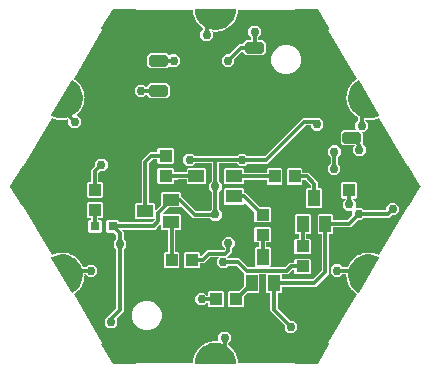
<source format=gbr>
G04 EAGLE Gerber RS-274X export*
G75*
%MOMM*%
%FSLAX34Y34*%
%LPD*%
%INTop Copper*%
%IPPOS*%
%AMOC8*
5,1,8,0,0,1.08239X$1,22.5*%
G01*
%ADD10R,0.800000X0.800000*%
%ADD11R,1.000000X1.100000*%
%ADD12R,1.100000X1.000000*%
%ADD13C,0.499997*%
%ADD14C,1.000000*%
%ADD15R,1.378000X1.080000*%
%ADD16R,1.000000X1.400000*%
%ADD17R,1.400000X1.000000*%
%ADD18C,0.304800*%
%ADD19C,0.756400*%

G36*
X278630Y195708D02*
X278630Y195708D01*
X278658Y195706D01*
X278726Y195728D01*
X278797Y195742D01*
X278820Y195758D01*
X278847Y195767D01*
X278902Y195814D01*
X278961Y195855D01*
X278976Y195879D01*
X278998Y195897D01*
X279029Y195962D01*
X279068Y196022D01*
X279073Y196050D01*
X279085Y196076D01*
X279094Y196177D01*
X279101Y196219D01*
X279099Y196229D01*
X279100Y196242D01*
X279043Y196957D01*
X327165Y196957D01*
X327177Y196967D01*
X327176Y196968D01*
X327177Y196969D01*
X327177Y197041D01*
X327242Y197106D01*
X327243Y197110D01*
X327243Y197111D01*
X327246Y197113D01*
X327362Y198517D01*
X327359Y198521D01*
X327361Y198524D01*
X327265Y198684D01*
X327430Y199334D01*
X327429Y199335D01*
X327430Y199336D01*
X327485Y200003D01*
X327627Y200123D01*
X327628Y200128D01*
X327631Y200130D01*
X328000Y201586D01*
X328000Y201587D01*
X328000Y201588D01*
X327998Y201591D01*
X328000Y201594D01*
X327932Y201767D01*
X328201Y202381D01*
X328201Y202382D01*
X328202Y202383D01*
X328366Y203032D01*
X328526Y203127D01*
X328528Y203132D01*
X328531Y203133D01*
X329135Y204509D01*
X329134Y204511D01*
X329135Y204512D01*
X329134Y204514D01*
X329135Y204516D01*
X329097Y204698D01*
X329464Y205259D01*
X329463Y205261D01*
X329465Y205261D01*
X329734Y205874D01*
X329907Y205942D01*
X329909Y205946D01*
X329913Y205947D01*
X330735Y207205D01*
X330734Y207208D01*
X330736Y207210D01*
X330735Y207211D01*
X330737Y207212D01*
X330729Y207398D01*
X331183Y207891D01*
X331183Y207892D01*
X331184Y207892D01*
X331550Y208453D01*
X331733Y208491D01*
X331735Y208495D01*
X331739Y208495D01*
X332757Y209601D01*
X332757Y209605D01*
X332760Y209607D01*
X332783Y209792D01*
X333311Y210203D01*
X333312Y210205D01*
X333313Y210205D01*
X333767Y210698D01*
X333953Y210705D01*
X333956Y210708D01*
X333959Y210708D01*
X335145Y211631D01*
X335146Y211635D01*
X335150Y211637D01*
X335203Y211815D01*
X335792Y212134D01*
X335792Y212136D01*
X335793Y212135D01*
X336322Y212547D01*
X336507Y212524D01*
X336511Y212526D01*
X336514Y212525D01*
X337836Y213240D01*
X337837Y213245D01*
X337841Y213246D01*
X337923Y213413D01*
X338556Y213630D01*
X338557Y213632D01*
X338558Y213631D01*
X339147Y213950D01*
X339326Y213897D01*
X339330Y213899D01*
X339333Y213897D01*
X340754Y214385D01*
X340757Y214389D01*
X340760Y214389D01*
X340868Y214541D01*
X341529Y214651D01*
X341530Y214652D01*
X341531Y214652D01*
X342165Y214869D01*
X342332Y214787D01*
X342336Y214789D01*
X342339Y214786D01*
X343821Y215034D01*
X343824Y215037D01*
X343828Y215037D01*
X343959Y215169D01*
X344629Y215169D01*
X344630Y215170D01*
X344631Y215169D01*
X345292Y215279D01*
X345444Y215171D01*
X345448Y215171D01*
X345451Y215169D01*
X346953Y215169D01*
X346957Y215172D01*
X346960Y215171D01*
X347112Y215279D01*
X347773Y215169D01*
X347774Y215170D01*
X347775Y215169D01*
X348445Y215169D01*
X348576Y215037D01*
X348581Y215037D01*
X348583Y215034D01*
X349454Y214888D01*
X349458Y214891D01*
X349463Y214891D01*
X349463Y214894D01*
X349467Y214897D01*
X349464Y214902D01*
X349464Y214908D01*
X348759Y215614D01*
X348759Y220010D01*
X351868Y223119D01*
X356264Y223119D01*
X359372Y220010D01*
X359372Y215614D01*
X357118Y213359D01*
X357118Y213354D01*
X357114Y213351D01*
X357114Y211870D01*
X357120Y211864D01*
X357121Y211859D01*
X357201Y211815D01*
X357254Y211637D01*
X357258Y211634D01*
X357259Y211631D01*
X358445Y210708D01*
X358449Y210708D01*
X358451Y210705D01*
X358637Y210698D01*
X359091Y210205D01*
X359093Y210205D01*
X359093Y210203D01*
X359621Y209792D01*
X359644Y209607D01*
X359648Y209604D01*
X359647Y209601D01*
X360665Y208495D01*
X360670Y208494D01*
X360671Y208491D01*
X360854Y208453D01*
X361220Y207892D01*
X361221Y207892D01*
X361221Y207891D01*
X361675Y207398D01*
X361667Y207212D01*
X361670Y207208D01*
X361669Y207205D01*
X362491Y205947D01*
X362496Y205946D01*
X362497Y205942D01*
X362670Y205874D01*
X362939Y205261D01*
X362941Y205260D01*
X362940Y205259D01*
X363307Y204698D01*
X363269Y204516D01*
X363269Y204515D01*
X363271Y204512D01*
X363269Y204509D01*
X363873Y203133D01*
X363877Y203131D01*
X363878Y203127D01*
X364038Y203032D01*
X364202Y202383D01*
X364203Y202382D01*
X364203Y202381D01*
X364472Y201767D01*
X364404Y201594D01*
X364405Y201591D01*
X364404Y201590D01*
X364405Y201588D01*
X364404Y201586D01*
X364773Y200130D01*
X364777Y200127D01*
X364777Y200123D01*
X364919Y200003D01*
X364974Y199336D01*
X364975Y199335D01*
X364974Y199334D01*
X365139Y198684D01*
X365043Y198524D01*
X365044Y198522D01*
X365043Y198522D01*
X365044Y198521D01*
X365044Y198520D01*
X365042Y198517D01*
X365158Y197113D01*
X365162Y197110D01*
X365162Y197106D01*
X365227Y197041D01*
X365227Y196969D01*
X365237Y196957D01*
X365238Y196958D01*
X365239Y196957D01*
X413361Y196957D01*
X413304Y196242D01*
X413308Y196213D01*
X413303Y196185D01*
X413320Y196116D01*
X413328Y196044D01*
X413343Y196020D01*
X413349Y195992D01*
X413392Y195934D01*
X413428Y195872D01*
X413450Y195855D01*
X413467Y195832D01*
X413529Y195795D01*
X413586Y195752D01*
X413614Y195745D01*
X413638Y195730D01*
X413738Y195714D01*
X413779Y195703D01*
X413789Y195705D01*
X413802Y195703D01*
X432802Y195703D01*
X432878Y195718D01*
X432956Y195727D01*
X432975Y195738D01*
X432997Y195742D01*
X433061Y195786D01*
X433129Y195825D01*
X433145Y195844D01*
X433161Y195855D01*
X433185Y195893D01*
X433235Y195953D01*
X442735Y212453D01*
X442744Y212480D01*
X442760Y212504D01*
X442775Y212574D01*
X442798Y212642D01*
X442795Y212670D01*
X442801Y212698D01*
X442788Y212769D01*
X442782Y212840D01*
X442769Y212865D01*
X442763Y212893D01*
X442723Y212953D01*
X442690Y213016D01*
X442668Y213034D01*
X442652Y213058D01*
X442569Y213116D01*
X442537Y213143D01*
X442526Y213146D01*
X442516Y213153D01*
X441888Y213450D01*
X465940Y255110D01*
X465940Y255113D01*
X465942Y255115D01*
X465939Y255118D01*
X465937Y255126D01*
X465936Y255126D01*
X465936Y255127D01*
X465862Y255169D01*
X465839Y255258D01*
X465834Y255261D01*
X465834Y255265D01*
X464679Y256066D01*
X464675Y256066D01*
X464673Y256068D01*
X464486Y256066D01*
X464007Y256533D01*
X464005Y256533D01*
X464005Y256535D01*
X463455Y256917D01*
X463422Y257100D01*
X463418Y257103D01*
X463418Y257106D01*
X462344Y258153D01*
X462339Y258153D01*
X462338Y258156D01*
X462153Y258184D01*
X461757Y258724D01*
X461756Y258725D01*
X461756Y258726D01*
X461276Y259193D01*
X461273Y259379D01*
X461270Y259383D01*
X461271Y259386D01*
X460384Y260595D01*
X460379Y260596D01*
X460378Y260600D01*
X460201Y260658D01*
X459899Y261256D01*
X459898Y261256D01*
X459898Y261257D01*
X459502Y261797D01*
X459530Y261981D01*
X459527Y261985D01*
X459529Y261989D01*
X458852Y263327D01*
X458848Y263329D01*
X458847Y263332D01*
X458682Y263419D01*
X458483Y264058D01*
X458482Y264059D01*
X458482Y264060D01*
X458180Y264658D01*
X458238Y264835D01*
X458236Y264839D01*
X458238Y264842D01*
X457792Y266274D01*
X457788Y266276D01*
X457787Y266280D01*
X457639Y266392D01*
X457547Y267056D01*
X457546Y267057D01*
X457547Y267058D01*
X457347Y267697D01*
X457434Y267862D01*
X457433Y267863D01*
X457434Y267864D01*
X457433Y267865D01*
X457433Y267866D01*
X457435Y267869D01*
X457230Y269355D01*
X457227Y269358D01*
X457227Y269361D01*
X457099Y269497D01*
X457118Y270166D01*
X457117Y270167D01*
X457118Y270168D01*
X457026Y270832D01*
X457139Y270980D01*
X457138Y270985D01*
X457141Y270987D01*
X457161Y271683D01*
X457151Y271695D01*
X457150Y271695D01*
X457149Y271695D01*
X453675Y271695D01*
X453671Y271692D01*
X453667Y271692D01*
X451412Y269437D01*
X447016Y269437D01*
X443908Y272546D01*
X443908Y276942D01*
X447016Y280051D01*
X451412Y280051D01*
X453667Y277796D01*
X453673Y277796D01*
X453675Y277793D01*
X458330Y277793D01*
X458337Y277799D01*
X458341Y277801D01*
X458625Y278559D01*
X458625Y278560D01*
X458624Y278564D01*
X458626Y278567D01*
X458578Y278747D01*
X458913Y279326D01*
X458913Y279328D01*
X458914Y279328D01*
X459149Y279956D01*
X459319Y280033D01*
X459321Y280037D01*
X459324Y280037D01*
X460075Y281336D01*
X460074Y281340D01*
X460076Y281341D01*
X460076Y281342D01*
X460076Y281343D01*
X460058Y281528D01*
X460485Y282045D01*
X460485Y282046D01*
X460486Y282046D01*
X460821Y282626D01*
X461001Y282674D01*
X461004Y282678D01*
X461007Y282678D01*
X461961Y283835D01*
X461961Y283840D01*
X461964Y283842D01*
X461977Y284028D01*
X462482Y284467D01*
X462483Y284469D01*
X462484Y284469D01*
X462910Y284986D01*
X463095Y285004D01*
X463098Y285007D01*
X463102Y285006D01*
X464234Y285991D01*
X464234Y285995D01*
X464237Y285997D01*
X464281Y286178D01*
X464852Y286528D01*
X464852Y286530D01*
X464853Y286529D01*
X465359Y286969D01*
X465544Y286956D01*
X465548Y286959D01*
X465551Y286958D01*
X466830Y287742D01*
X466831Y287747D01*
X466834Y287748D01*
X466907Y287919D01*
X467528Y288171D01*
X467528Y288172D01*
X467530Y288172D01*
X468100Y288522D01*
X468281Y288479D01*
X468285Y288481D01*
X468289Y288480D01*
X469678Y289043D01*
X469680Y289047D01*
X469684Y289048D01*
X469784Y289205D01*
X470438Y289351D01*
X470438Y289352D01*
X470439Y289351D01*
X471060Y289603D01*
X471232Y289531D01*
X471236Y289532D01*
X471239Y289530D01*
X472703Y289857D01*
X472705Y289861D01*
X472709Y289861D01*
X472833Y289999D01*
X473502Y290036D01*
X473503Y290037D01*
X473504Y290036D01*
X474158Y290182D01*
X474315Y290082D01*
X474319Y290083D01*
X474320Y290081D01*
X474321Y290081D01*
X474322Y290080D01*
X475819Y290162D01*
X475822Y290165D01*
X475823Y290165D01*
X475826Y290165D01*
X475972Y290281D01*
X476637Y290207D01*
X476638Y290208D01*
X476639Y290207D01*
X477308Y290243D01*
X477447Y290119D01*
X477452Y290119D01*
X477454Y290116D01*
X478944Y289950D01*
X478948Y289953D01*
X478951Y289951D01*
X479114Y290042D01*
X479758Y289859D01*
X479760Y289860D01*
X479760Y289859D01*
X480426Y289785D01*
X480542Y289639D01*
X480547Y289639D01*
X480548Y289635D01*
X481991Y289226D01*
X481995Y289228D01*
X481998Y289227D01*
X482174Y289289D01*
X482779Y289003D01*
X482781Y289004D01*
X482781Y289002D01*
X483426Y288820D01*
X483516Y288657D01*
X483521Y288656D01*
X483522Y288652D01*
X484792Y288052D01*
X484794Y288052D01*
X484795Y288052D01*
X484799Y288052D01*
X484801Y288051D01*
X484890Y288075D01*
X484941Y288045D01*
X484956Y288048D01*
X484956Y288049D01*
X484957Y288049D01*
X509010Y329711D01*
X509618Y329291D01*
X509645Y329280D01*
X509667Y329261D01*
X509736Y329241D01*
X509801Y329213D01*
X509830Y329213D01*
X509858Y329205D01*
X509929Y329213D01*
X510000Y329213D01*
X510027Y329224D01*
X510056Y329227D01*
X510118Y329262D01*
X510183Y329290D01*
X510204Y329310D01*
X510229Y329325D01*
X510292Y329402D01*
X510322Y329432D01*
X510326Y329442D01*
X510335Y329453D01*
X519835Y345953D01*
X519845Y345985D01*
X519854Y345998D01*
X519858Y346022D01*
X519859Y346026D01*
X519890Y346096D01*
X519890Y346120D01*
X519898Y346142D01*
X519892Y346218D01*
X519893Y346295D01*
X519883Y346319D01*
X519882Y346340D01*
X519861Y346379D01*
X519835Y346451D01*
X510335Y362951D01*
X510316Y362973D01*
X510303Y362999D01*
X510250Y363047D01*
X510203Y363100D01*
X510177Y363113D01*
X510156Y363132D01*
X510088Y363155D01*
X510024Y363186D01*
X509995Y363188D01*
X509968Y363197D01*
X509896Y363192D01*
X509825Y363195D01*
X509798Y363185D01*
X509769Y363183D01*
X509679Y363141D01*
X509639Y363126D01*
X509631Y363119D01*
X509618Y363113D01*
X509010Y362693D01*
X484957Y404355D01*
X484949Y404357D01*
X484948Y404359D01*
X484945Y404359D01*
X484942Y404360D01*
X484942Y404359D01*
X484941Y404359D01*
X484890Y404329D01*
X484801Y404353D01*
X484796Y404351D01*
X484792Y404352D01*
X483522Y403752D01*
X483520Y403748D01*
X483516Y403747D01*
X483426Y403584D01*
X482781Y403402D01*
X482780Y403400D01*
X482779Y403401D01*
X482174Y403115D01*
X481998Y403177D01*
X481997Y403177D01*
X481992Y403177D01*
X481991Y403178D01*
X480548Y402769D01*
X480546Y402765D01*
X480542Y402765D01*
X480426Y402619D01*
X479760Y402545D01*
X479760Y402544D01*
X479759Y402544D01*
X479758Y402545D01*
X479114Y402362D01*
X478951Y402453D01*
X478947Y402452D01*
X478944Y402454D01*
X477454Y402288D01*
X477451Y402285D01*
X477447Y402285D01*
X477308Y402161D01*
X476639Y402197D01*
X476638Y402196D01*
X476637Y402197D01*
X475972Y402123D01*
X475826Y402239D01*
X475822Y402239D01*
X475819Y402242D01*
X474322Y402324D01*
X474318Y402321D01*
X474315Y402322D01*
X474158Y402222D01*
X473504Y402368D01*
X473503Y402367D01*
X473502Y402368D01*
X473172Y402386D01*
X473160Y402376D01*
X473161Y402375D01*
X473160Y402374D01*
X473160Y402117D01*
X473163Y402113D01*
X473163Y402109D01*
X475418Y399854D01*
X475418Y395458D01*
X472309Y392349D01*
X470493Y392349D01*
X470490Y392347D01*
X470486Y392347D01*
X470486Y392343D01*
X470481Y392339D01*
X470485Y392335D01*
X470485Y392329D01*
X471297Y391517D01*
X471297Y383183D01*
X470782Y382668D01*
X470781Y382653D01*
X470782Y382652D01*
X470782Y382651D01*
X471067Y382367D01*
X471067Y381529D01*
X471070Y381525D01*
X471070Y381521D01*
X473325Y379266D01*
X473325Y374870D01*
X470216Y371761D01*
X465820Y371761D01*
X462711Y374870D01*
X462711Y379266D01*
X464119Y380674D01*
X464120Y380690D01*
X464119Y380690D01*
X464119Y380691D01*
X463989Y380822D01*
X463983Y380822D01*
X463980Y380825D01*
X454605Y380825D01*
X452247Y383183D01*
X452247Y391517D01*
X454605Y393875D01*
X466358Y393875D01*
X466362Y393877D01*
X466366Y393877D01*
X466366Y393881D01*
X466370Y393885D01*
X466367Y393889D01*
X466367Y393895D01*
X464804Y395458D01*
X464804Y399854D01*
X467059Y402109D01*
X467059Y402112D01*
X467060Y402113D01*
X467059Y402114D01*
X467062Y402117D01*
X467062Y404414D01*
X467056Y404420D01*
X467055Y404425D01*
X466907Y404485D01*
X466834Y404656D01*
X466830Y404658D01*
X466829Y404662D01*
X465551Y405446D01*
X465547Y405445D01*
X465544Y405448D01*
X465359Y405435D01*
X464853Y405875D01*
X464852Y405875D01*
X464852Y405876D01*
X464281Y406226D01*
X464237Y406407D01*
X464234Y406410D01*
X464233Y406413D01*
X463102Y407398D01*
X463097Y407398D01*
X463095Y407400D01*
X462910Y407418D01*
X462484Y407935D01*
X462482Y407935D01*
X462482Y407937D01*
X461977Y408376D01*
X461964Y408562D01*
X461961Y408565D01*
X461961Y408569D01*
X461007Y409726D01*
X461003Y409726D01*
X461001Y409730D01*
X460821Y409778D01*
X460486Y410358D01*
X460484Y410358D01*
X460485Y410359D01*
X460058Y410876D01*
X460076Y411061D01*
X460074Y411065D01*
X460075Y411068D01*
X459324Y412367D01*
X459320Y412368D01*
X459319Y412371D01*
X459149Y412448D01*
X458914Y413076D01*
X458913Y413076D01*
X458913Y413078D01*
X458578Y413657D01*
X458626Y413837D01*
X458624Y413841D01*
X458625Y413845D01*
X458099Y415249D01*
X458095Y415251D01*
X458094Y415254D01*
X457940Y415358D01*
X457811Y416016D01*
X457810Y416017D01*
X457810Y416018D01*
X457575Y416645D01*
X457652Y416814D01*
X457651Y416819D01*
X457652Y416820D01*
X457652Y416821D01*
X457653Y416822D01*
X457364Y418293D01*
X457361Y418296D01*
X457361Y418299D01*
X457225Y418427D01*
X457207Y419097D01*
X457206Y419098D01*
X457206Y419099D01*
X457077Y419756D01*
X457181Y419911D01*
X457181Y419915D01*
X457183Y419918D01*
X457141Y421417D01*
X457138Y421420D01*
X457139Y421424D01*
X457026Y421572D01*
X457118Y422236D01*
X457117Y422237D01*
X457118Y422238D01*
X457099Y422907D01*
X457227Y423043D01*
X457227Y423047D01*
X457230Y423049D01*
X457435Y424535D01*
X457433Y424539D01*
X457434Y424542D01*
X457347Y424707D01*
X457547Y425346D01*
X457546Y425348D01*
X457547Y425348D01*
X457639Y426012D01*
X457787Y426124D01*
X457788Y426129D01*
X457792Y426130D01*
X458238Y427562D01*
X458238Y427563D01*
X458239Y427564D01*
X458236Y427566D01*
X458238Y427569D01*
X458180Y427746D01*
X458482Y428344D01*
X458482Y428345D01*
X458483Y428346D01*
X458682Y428985D01*
X458847Y429072D01*
X458849Y429076D01*
X458852Y429077D01*
X459529Y430415D01*
X459528Y430417D01*
X459529Y430417D01*
X459528Y430418D01*
X459527Y430420D01*
X459530Y430423D01*
X459502Y430607D01*
X459898Y431147D01*
X459898Y431148D01*
X459899Y431148D01*
X460201Y431746D01*
X460378Y431804D01*
X460380Y431808D01*
X460384Y431809D01*
X461271Y433018D01*
X461271Y433022D01*
X461273Y433025D01*
X461276Y433211D01*
X461756Y433678D01*
X461756Y433680D01*
X461757Y433680D01*
X462153Y434220D01*
X462338Y434248D01*
X462340Y434251D01*
X462344Y434251D01*
X463418Y435298D01*
X463419Y435302D01*
X463422Y435304D01*
X463455Y435487D01*
X464005Y435869D01*
X464005Y435871D01*
X464006Y435871D01*
X464486Y436338D01*
X464673Y436336D01*
X464676Y436339D01*
X464679Y436338D01*
X465834Y437139D01*
X465835Y437144D01*
X465839Y437146D01*
X465862Y437235D01*
X465936Y437277D01*
X465941Y437292D01*
X465940Y437293D01*
X465940Y437294D01*
X441888Y478954D01*
X442516Y479251D01*
X442538Y479268D01*
X442565Y479278D01*
X442617Y479327D01*
X442675Y479370D01*
X442689Y479395D01*
X442710Y479414D01*
X442739Y479480D01*
X442775Y479542D01*
X442778Y479570D01*
X442790Y479596D01*
X442791Y479668D01*
X442800Y479739D01*
X442792Y479766D01*
X442793Y479795D01*
X442757Y479890D01*
X442746Y479930D01*
X442739Y479939D01*
X442735Y479951D01*
X433235Y496451D01*
X433183Y496510D01*
X433137Y496572D01*
X433118Y496583D01*
X433103Y496600D01*
X433033Y496634D01*
X432966Y496674D01*
X432942Y496678D01*
X432924Y496686D01*
X432879Y496688D01*
X432802Y496701D01*
X413802Y496701D01*
X413774Y496696D01*
X413746Y496698D01*
X413678Y496676D01*
X413607Y496662D01*
X413584Y496646D01*
X413557Y496637D01*
X413502Y496590D01*
X413443Y496549D01*
X413428Y496525D01*
X413407Y496507D01*
X413375Y496442D01*
X413336Y496382D01*
X413331Y496354D01*
X413319Y496328D01*
X413310Y496227D01*
X413303Y496185D01*
X413305Y496175D01*
X413304Y496162D01*
X413361Y495447D01*
X365239Y495447D01*
X365227Y495437D01*
X365228Y495436D01*
X365227Y495435D01*
X365227Y495363D01*
X365162Y495298D01*
X365161Y495293D01*
X365158Y495291D01*
X365042Y493887D01*
X365045Y493883D01*
X365043Y493880D01*
X365139Y493720D01*
X364974Y493070D01*
X364975Y493069D01*
X364974Y493068D01*
X364919Y492401D01*
X364777Y492281D01*
X364776Y492276D01*
X364773Y492274D01*
X364404Y490818D01*
X364406Y490813D01*
X364404Y490810D01*
X364472Y490637D01*
X364203Y490023D01*
X364203Y490022D01*
X364202Y490021D01*
X364038Y489372D01*
X363878Y489277D01*
X363876Y489272D01*
X363873Y489271D01*
X363269Y487895D01*
X363271Y487891D01*
X363269Y487888D01*
X363307Y487706D01*
X362940Y487145D01*
X362941Y487143D01*
X362939Y487143D01*
X362670Y486530D01*
X362497Y486462D01*
X362495Y486458D01*
X362491Y486457D01*
X361669Y485199D01*
X361670Y485195D01*
X361667Y485192D01*
X361675Y485006D01*
X361221Y484513D01*
X361221Y484512D01*
X361220Y484512D01*
X360854Y483951D01*
X360671Y483913D01*
X360669Y483909D01*
X360665Y483909D01*
X359647Y482803D01*
X359647Y482799D01*
X359644Y482797D01*
X359621Y482612D01*
X359093Y482201D01*
X359092Y482199D01*
X359091Y482199D01*
X358637Y481706D01*
X358530Y481702D01*
X358451Y481699D01*
X358448Y481696D01*
X358445Y481696D01*
X357259Y480773D01*
X357258Y480769D01*
X357254Y480767D01*
X357201Y480589D01*
X356612Y480270D01*
X356612Y480268D01*
X356611Y480269D01*
X356082Y479857D01*
X355897Y479880D01*
X355893Y479878D01*
X355890Y479879D01*
X354568Y479164D01*
X354567Y479159D01*
X354563Y479158D01*
X354481Y478991D01*
X353848Y478774D01*
X353847Y478772D01*
X353846Y478773D01*
X353257Y478454D01*
X353078Y478507D01*
X353074Y478505D01*
X353071Y478507D01*
X351650Y478019D01*
X351647Y478015D01*
X351644Y478015D01*
X351536Y477863D01*
X350875Y477753D01*
X350874Y477752D01*
X350873Y477752D01*
X350239Y477535D01*
X350072Y477617D01*
X350068Y477615D01*
X350065Y477618D01*
X348583Y477370D01*
X348580Y477367D01*
X348576Y477367D01*
X348445Y477235D01*
X347775Y477235D01*
X347773Y477234D01*
X347773Y477235D01*
X347112Y477125D01*
X346960Y477233D01*
X346956Y477233D01*
X346953Y477235D01*
X345451Y477235D01*
X345447Y477232D01*
X345444Y477233D01*
X345292Y477125D01*
X344631Y477235D01*
X344630Y477234D01*
X344629Y477235D01*
X343959Y477235D01*
X343828Y477367D01*
X343823Y477367D01*
X343821Y477370D01*
X343102Y477490D01*
X343097Y477488D01*
X343092Y477488D01*
X343092Y477485D01*
X343088Y477482D01*
X343091Y477478D01*
X343090Y477478D01*
X343092Y477476D01*
X343091Y477470D01*
X344077Y476485D01*
X344077Y472088D01*
X340968Y468980D01*
X336572Y468980D01*
X333463Y472088D01*
X333463Y476485D01*
X335718Y478739D01*
X335718Y478745D01*
X335721Y478748D01*
X335721Y480301D01*
X335716Y480307D01*
X335715Y480311D01*
X335203Y480589D01*
X335150Y480767D01*
X335146Y480770D01*
X335145Y480773D01*
X333959Y481696D01*
X333955Y481696D01*
X333953Y481699D01*
X333874Y481702D01*
X333873Y481702D01*
X333767Y481706D01*
X333313Y482199D01*
X333311Y482199D01*
X333311Y482201D01*
X332783Y482612D01*
X332760Y482797D01*
X332756Y482800D01*
X332757Y482803D01*
X331739Y483909D01*
X331734Y483910D01*
X331733Y483913D01*
X331550Y483951D01*
X331184Y484512D01*
X331183Y484512D01*
X331183Y484513D01*
X330729Y485006D01*
X330737Y485192D01*
X330734Y485196D01*
X330735Y485199D01*
X329913Y486457D01*
X329908Y486458D01*
X329907Y486462D01*
X329734Y486530D01*
X329465Y487143D01*
X329463Y487144D01*
X329464Y487145D01*
X329097Y487706D01*
X329135Y487888D01*
X329133Y487892D01*
X329135Y487895D01*
X328531Y489271D01*
X328527Y489273D01*
X328526Y489277D01*
X328366Y489372D01*
X328202Y490021D01*
X328201Y490022D01*
X328201Y490023D01*
X327932Y490637D01*
X328000Y490810D01*
X327998Y490815D01*
X328000Y490818D01*
X327631Y492274D01*
X327627Y492277D01*
X327627Y492281D01*
X327485Y492401D01*
X327430Y493068D01*
X327429Y493069D01*
X327430Y493070D01*
X327265Y493720D01*
X327361Y493880D01*
X327360Y493884D01*
X327362Y493887D01*
X327246Y495291D01*
X327242Y495294D01*
X327242Y495298D01*
X327177Y495363D01*
X327177Y495435D01*
X327167Y495447D01*
X327166Y495446D01*
X327165Y495447D01*
X279043Y495447D01*
X279100Y496162D01*
X279096Y496191D01*
X279101Y496219D01*
X279084Y496288D01*
X279076Y496360D01*
X279062Y496384D01*
X279055Y496412D01*
X279012Y496470D01*
X278977Y496532D01*
X278954Y496549D01*
X278937Y496572D01*
X278875Y496609D01*
X278818Y496652D01*
X278790Y496659D01*
X278766Y496674D01*
X278666Y496690D01*
X278625Y496701D01*
X278615Y496699D01*
X278602Y496701D01*
X259602Y496701D01*
X259526Y496686D01*
X259448Y496677D01*
X259429Y496666D01*
X259407Y496662D01*
X259343Y496618D01*
X259275Y496579D01*
X259259Y496560D01*
X259243Y496549D01*
X259219Y496511D01*
X259169Y496451D01*
X249669Y479951D01*
X249660Y479924D01*
X249644Y479900D01*
X249629Y479830D01*
X249606Y479762D01*
X249609Y479734D01*
X249603Y479706D01*
X249617Y479636D01*
X249622Y479564D01*
X249635Y479539D01*
X249641Y479511D01*
X249681Y479451D01*
X249714Y479388D01*
X249736Y479370D01*
X249752Y479346D01*
X249835Y479288D01*
X249867Y479261D01*
X249878Y479258D01*
X249889Y479251D01*
X250516Y478954D01*
X226464Y437294D01*
X226467Y437278D01*
X226468Y437278D01*
X226468Y437277D01*
X226542Y437235D01*
X226565Y437146D01*
X226570Y437143D01*
X226570Y437139D01*
X227725Y436338D01*
X227729Y436338D01*
X227731Y436336D01*
X227918Y436338D01*
X228398Y435871D01*
X228399Y435871D01*
X228399Y435869D01*
X228949Y435487D01*
X228982Y435304D01*
X228986Y435301D01*
X228986Y435298D01*
X230060Y434251D01*
X230065Y434251D01*
X230066Y434248D01*
X230251Y434220D01*
X230647Y433680D01*
X230648Y433679D01*
X230648Y433678D01*
X231128Y433211D01*
X231131Y433025D01*
X231134Y433021D01*
X231133Y433018D01*
X232020Y431809D01*
X232025Y431808D01*
X232026Y431804D01*
X232203Y431746D01*
X232505Y431148D01*
X232506Y431148D01*
X232506Y431147D01*
X232902Y430607D01*
X232874Y430423D01*
X232876Y430420D01*
X232875Y430420D01*
X232877Y430419D01*
X232875Y430415D01*
X233552Y429077D01*
X233556Y429075D01*
X233557Y429072D01*
X233722Y428985D01*
X233921Y428346D01*
X233922Y428345D01*
X233922Y428344D01*
X234224Y427746D01*
X234166Y427569D01*
X234166Y427568D01*
X234165Y427567D01*
X234167Y427565D01*
X234166Y427562D01*
X234612Y426130D01*
X234616Y426128D01*
X234617Y426124D01*
X234765Y426012D01*
X234857Y425348D01*
X234858Y425347D01*
X234857Y425346D01*
X235057Y424707D01*
X234970Y424542D01*
X234971Y424538D01*
X234969Y424535D01*
X235174Y423049D01*
X235177Y423046D01*
X235177Y423043D01*
X235305Y422907D01*
X235286Y422238D01*
X235287Y422237D01*
X235286Y422236D01*
X235378Y421572D01*
X235265Y421424D01*
X235266Y421421D01*
X235264Y421419D01*
X235264Y421418D01*
X235263Y421417D01*
X235221Y419918D01*
X235224Y419914D01*
X235223Y419911D01*
X235327Y419756D01*
X235198Y419099D01*
X235198Y419098D01*
X235197Y419097D01*
X235179Y418427D01*
X235043Y418299D01*
X235043Y418295D01*
X235040Y418293D01*
X234751Y416822D01*
X234754Y416818D01*
X234752Y416814D01*
X234829Y416645D01*
X234594Y416018D01*
X234594Y416016D01*
X234593Y416016D01*
X234464Y415358D01*
X234310Y415254D01*
X234309Y415250D01*
X234305Y415249D01*
X233779Y413845D01*
X233780Y413840D01*
X233780Y413839D01*
X233779Y413839D01*
X233779Y413838D01*
X233778Y413837D01*
X233826Y413657D01*
X233491Y413078D01*
X233491Y413076D01*
X233490Y413076D01*
X233255Y412448D01*
X233085Y412371D01*
X233083Y412367D01*
X233080Y412367D01*
X232329Y411068D01*
X232330Y411064D01*
X232328Y411061D01*
X232346Y410876D01*
X231919Y410359D01*
X231919Y410358D01*
X231918Y410358D01*
X231583Y409778D01*
X231403Y409730D01*
X231400Y409726D01*
X231397Y409726D01*
X230443Y408569D01*
X230443Y408565D01*
X230440Y408562D01*
X230427Y408376D01*
X229922Y407937D01*
X229921Y407935D01*
X229920Y407935D01*
X229494Y407418D01*
X229309Y407400D01*
X229306Y407397D01*
X229302Y407398D01*
X228170Y406413D01*
X228170Y406409D01*
X228167Y406407D01*
X228159Y406374D01*
X228159Y406373D01*
X228158Y406372D01*
X228161Y406370D01*
X228166Y406360D01*
X228169Y406361D01*
X228170Y406359D01*
X229293Y406359D01*
X232402Y403250D01*
X232402Y398854D01*
X229293Y395746D01*
X224897Y395746D01*
X221788Y398854D01*
X221788Y402042D01*
X221785Y402047D01*
X221785Y402051D01*
X221043Y402793D01*
X221004Y402832D01*
X220996Y402833D01*
X220992Y402836D01*
X219701Y402547D01*
X219699Y402543D01*
X219695Y402543D01*
X219571Y402405D01*
X218902Y402368D01*
X218901Y402367D01*
X218900Y402368D01*
X218246Y402222D01*
X218089Y402322D01*
X218084Y402321D01*
X218082Y402324D01*
X216585Y402242D01*
X216581Y402239D01*
X216578Y402239D01*
X216432Y402123D01*
X215767Y402197D01*
X215766Y402196D01*
X215765Y402197D01*
X215096Y402161D01*
X214957Y402285D01*
X214952Y402285D01*
X214950Y402288D01*
X213460Y402454D01*
X213456Y402451D01*
X213453Y402453D01*
X213290Y402362D01*
X212646Y402545D01*
X212645Y402544D01*
X212644Y402544D01*
X212644Y402545D01*
X211978Y402619D01*
X211862Y402765D01*
X211857Y402765D01*
X211856Y402769D01*
X210413Y403178D01*
X210412Y403177D01*
X210407Y403177D01*
X210406Y403177D01*
X210230Y403115D01*
X209625Y403401D01*
X209623Y403400D01*
X209623Y403402D01*
X208978Y403584D01*
X208888Y403747D01*
X208883Y403748D01*
X208882Y403752D01*
X207612Y404352D01*
X207607Y404351D01*
X207603Y404353D01*
X207514Y404329D01*
X207463Y404359D01*
X207461Y404359D01*
X207460Y404359D01*
X207456Y404359D01*
X207454Y404357D01*
X207448Y404356D01*
X207448Y404355D01*
X207447Y404355D01*
X183394Y362693D01*
X182786Y363113D01*
X182759Y363124D01*
X182737Y363143D01*
X182668Y363163D01*
X182603Y363191D01*
X182574Y363191D01*
X182546Y363199D01*
X182475Y363191D01*
X182404Y363192D01*
X182377Y363180D01*
X182348Y363177D01*
X182286Y363142D01*
X182221Y363114D01*
X182200Y363094D01*
X182175Y363079D01*
X182112Y363002D01*
X182082Y362972D01*
X182078Y362962D01*
X182069Y362951D01*
X172569Y346451D01*
X172545Y346378D01*
X172514Y346308D01*
X172514Y346284D01*
X172506Y346262D01*
X172513Y346186D01*
X172512Y346109D01*
X172521Y346085D01*
X172522Y346064D01*
X172543Y346025D01*
X172562Y345973D01*
X172563Y345967D01*
X172565Y345965D01*
X172569Y345953D01*
X182069Y329453D01*
X182088Y329431D01*
X182101Y329405D01*
X182154Y329357D01*
X182201Y329304D01*
X182227Y329291D01*
X182249Y329272D01*
X182316Y329249D01*
X182380Y329218D01*
X182409Y329217D01*
X182436Y329207D01*
X182508Y329212D01*
X182579Y329209D01*
X182606Y329219D01*
X182635Y329221D01*
X182725Y329263D01*
X182765Y329278D01*
X182773Y329285D01*
X182786Y329291D01*
X183394Y329711D01*
X207447Y288049D01*
X207462Y288044D01*
X207462Y288045D01*
X207463Y288045D01*
X207514Y288075D01*
X207603Y288051D01*
X207605Y288052D01*
X207609Y288052D01*
X207610Y288052D01*
X207612Y288052D01*
X208882Y288652D01*
X208884Y288656D01*
X208888Y288657D01*
X208978Y288820D01*
X209623Y289002D01*
X209624Y289004D01*
X209625Y289003D01*
X210230Y289289D01*
X210406Y289227D01*
X210410Y289228D01*
X210413Y289226D01*
X211856Y289635D01*
X211858Y289639D01*
X211862Y289639D01*
X211978Y289785D01*
X212644Y289859D01*
X212645Y289860D01*
X212646Y289859D01*
X213290Y290042D01*
X213453Y289951D01*
X213457Y289952D01*
X213460Y289950D01*
X214950Y290116D01*
X214953Y290119D01*
X214957Y290119D01*
X215096Y290243D01*
X215765Y290207D01*
X215766Y290208D01*
X215767Y290207D01*
X216432Y290281D01*
X216578Y290165D01*
X216582Y290165D01*
X216585Y290162D01*
X218082Y290080D01*
X218083Y290081D01*
X218084Y290081D01*
X218086Y290083D01*
X218089Y290082D01*
X218246Y290182D01*
X218900Y290036D01*
X218901Y290037D01*
X218902Y290036D01*
X219571Y289999D01*
X219695Y289861D01*
X219700Y289860D01*
X219701Y289857D01*
X221165Y289530D01*
X221169Y289532D01*
X221172Y289531D01*
X221344Y289603D01*
X221965Y289351D01*
X221966Y289352D01*
X221966Y289351D01*
X222620Y289205D01*
X222720Y289048D01*
X222724Y289046D01*
X222726Y289043D01*
X224115Y288480D01*
X224120Y288481D01*
X224123Y288479D01*
X224304Y288522D01*
X224874Y288172D01*
X224876Y288172D01*
X224876Y288171D01*
X225497Y287919D01*
X225570Y287748D01*
X225574Y287746D01*
X225575Y287742D01*
X226853Y286958D01*
X226857Y286959D01*
X226860Y286956D01*
X227045Y286969D01*
X227551Y286529D01*
X227552Y286529D01*
X227552Y286528D01*
X228123Y286178D01*
X228167Y285997D01*
X228170Y285994D01*
X228171Y285991D01*
X229302Y285006D01*
X229307Y285006D01*
X229309Y285004D01*
X229494Y284986D01*
X229920Y284469D01*
X229922Y284469D01*
X229922Y284467D01*
X230427Y284028D01*
X230440Y283842D01*
X230443Y283839D01*
X230443Y283835D01*
X231397Y282678D01*
X231401Y282678D01*
X231403Y282674D01*
X231583Y282626D01*
X231918Y282046D01*
X231920Y282046D01*
X231919Y282045D01*
X232346Y281528D01*
X232328Y281343D01*
X232330Y281339D01*
X232329Y281336D01*
X233080Y280037D01*
X233084Y280036D01*
X233085Y280033D01*
X233255Y279956D01*
X233490Y279328D01*
X233491Y279328D01*
X233491Y279326D01*
X233826Y278747D01*
X233778Y278567D01*
X233780Y278564D01*
X233779Y278563D01*
X233780Y278562D01*
X233779Y278559D01*
X234080Y277756D01*
X234088Y277752D01*
X234091Y277749D01*
X236439Y277749D01*
X236443Y277752D01*
X236447Y277752D01*
X238702Y280007D01*
X243098Y280007D01*
X246207Y276898D01*
X246207Y272502D01*
X243098Y269393D01*
X238702Y269393D01*
X236447Y271648D01*
X236442Y271648D01*
X236441Y271650D01*
X236440Y271650D01*
X236439Y271651D01*
X235256Y271651D01*
X235245Y271641D01*
X235245Y271640D01*
X235245Y271639D01*
X235263Y270987D01*
X235266Y270984D01*
X235265Y270980D01*
X235378Y270832D01*
X235286Y270168D01*
X235287Y270167D01*
X235286Y270166D01*
X235305Y269497D01*
X235177Y269361D01*
X235177Y269357D01*
X235174Y269355D01*
X234969Y267869D01*
X234970Y267867D01*
X234971Y267865D01*
X234970Y267862D01*
X235057Y267697D01*
X234857Y267058D01*
X234858Y267056D01*
X234857Y267056D01*
X234765Y266392D01*
X234617Y266280D01*
X234616Y266275D01*
X234612Y266274D01*
X234166Y264842D01*
X234168Y264838D01*
X234166Y264835D01*
X234224Y264658D01*
X233922Y264060D01*
X233922Y264059D01*
X233921Y264058D01*
X233722Y263419D01*
X233557Y263332D01*
X233555Y263328D01*
X233552Y263327D01*
X232875Y261989D01*
X232877Y261984D01*
X232874Y261981D01*
X232902Y261797D01*
X232506Y261257D01*
X232506Y261256D01*
X232505Y261256D01*
X232203Y260658D01*
X232026Y260600D01*
X232024Y260596D01*
X232020Y260595D01*
X231133Y259386D01*
X231133Y259382D01*
X231131Y259379D01*
X231128Y259193D01*
X230648Y258726D01*
X230648Y258724D01*
X230647Y258724D01*
X230251Y258184D01*
X230066Y258156D01*
X230064Y258153D01*
X230060Y258153D01*
X228986Y257106D01*
X228985Y257102D01*
X228984Y257101D01*
X228982Y257100D01*
X228949Y256917D01*
X228399Y256535D01*
X228399Y256533D01*
X228397Y256533D01*
X227918Y256066D01*
X227731Y256068D01*
X227728Y256065D01*
X227725Y256066D01*
X226570Y255265D01*
X226569Y255260D01*
X226565Y255258D01*
X226542Y255169D01*
X226468Y255127D01*
X226466Y255121D01*
X226462Y255118D01*
X226464Y255115D01*
X226463Y255112D01*
X226464Y255111D01*
X226464Y255110D01*
X250516Y213450D01*
X249889Y213153D01*
X249866Y213136D01*
X249839Y213126D01*
X249787Y213077D01*
X249729Y213034D01*
X249715Y213009D01*
X249694Y212990D01*
X249665Y212924D01*
X249629Y212862D01*
X249626Y212834D01*
X249614Y212808D01*
X249613Y212736D01*
X249604Y212665D01*
X249612Y212638D01*
X249612Y212609D01*
X249647Y212514D01*
X249658Y212474D01*
X249665Y212465D01*
X249669Y212453D01*
X259169Y195953D01*
X259221Y195895D01*
X259267Y195832D01*
X259286Y195821D01*
X259301Y195804D01*
X259371Y195770D01*
X259438Y195730D01*
X259463Y195726D01*
X259480Y195718D01*
X259525Y195716D01*
X259602Y195703D01*
X278602Y195703D01*
X278630Y195708D01*
G37*
%LPC*%
G36*
X255528Y226003D02*
X255528Y226003D01*
X252419Y229112D01*
X252419Y233508D01*
X255528Y236617D01*
X256060Y236617D01*
X256064Y236621D01*
X256068Y236620D01*
X262426Y242978D01*
X262426Y242983D01*
X262429Y242986D01*
X262429Y242987D01*
X262430Y242987D01*
X262430Y292897D01*
X262426Y292901D01*
X262426Y292905D01*
X260172Y295160D01*
X260172Y299556D01*
X262426Y301810D01*
X262426Y301816D01*
X262430Y301819D01*
X262430Y305096D01*
X262426Y305101D01*
X262426Y305105D01*
X260448Y307082D01*
X260443Y307083D01*
X260440Y307086D01*
X254600Y307086D01*
X253707Y307979D01*
X253707Y317242D01*
X254600Y318135D01*
X263863Y318135D01*
X264757Y317242D01*
X264757Y315671D01*
X264767Y315659D01*
X264768Y315660D01*
X264768Y315659D01*
X292542Y315659D01*
X292546Y315663D01*
X292550Y315663D01*
X294816Y317929D01*
X294816Y317934D01*
X294820Y317937D01*
X294820Y319067D01*
X294817Y319070D01*
X294817Y319074D01*
X294813Y319074D01*
X294809Y319078D01*
X294808Y319077D01*
X294807Y319077D01*
X294804Y319075D01*
X294799Y319075D01*
X294574Y318849D01*
X279310Y318849D01*
X278417Y319742D01*
X278417Y331006D01*
X279310Y331899D01*
X283881Y331899D01*
X283893Y331909D01*
X283892Y331910D01*
X283893Y331911D01*
X283893Y368327D01*
X290659Y375093D01*
X297027Y375093D01*
X297039Y375103D01*
X297038Y375104D01*
X297039Y375105D01*
X297039Y377664D01*
X297932Y378557D01*
X310195Y378557D01*
X311088Y377664D01*
X311088Y366401D01*
X310195Y365508D01*
X297932Y365508D01*
X297039Y366401D01*
X297039Y368983D01*
X297028Y368995D01*
X297027Y368994D01*
X297027Y368995D01*
X293190Y368995D01*
X293186Y368991D01*
X293182Y368992D01*
X289994Y365804D01*
X289994Y365799D01*
X289991Y365796D01*
X289991Y331911D01*
X290001Y331899D01*
X290002Y331900D01*
X290003Y331899D01*
X294574Y331899D01*
X295467Y331006D01*
X295467Y325739D01*
X295470Y325736D01*
X295469Y325732D01*
X295473Y325731D01*
X295477Y325727D01*
X295481Y325731D01*
X295487Y325731D01*
X300414Y330657D01*
X300414Y330663D01*
X300417Y330666D01*
X300417Y340506D01*
X301310Y341399D01*
X316574Y341399D01*
X317467Y340506D01*
X317467Y337732D01*
X317470Y337728D01*
X317470Y337724D01*
X329788Y325406D01*
X329793Y325406D01*
X329795Y325404D01*
X329796Y325403D01*
X341680Y325403D01*
X341684Y325406D01*
X341688Y325406D01*
X343150Y326868D01*
X343150Y326873D01*
X343153Y326876D01*
X343153Y341741D01*
X343150Y341745D01*
X343150Y341749D01*
X340895Y344004D01*
X340895Y348400D01*
X343150Y350655D01*
X343150Y350660D01*
X343153Y350662D01*
X343153Y350663D01*
X343153Y365610D01*
X343143Y365622D01*
X343142Y365621D01*
X343141Y365622D01*
X328903Y365622D01*
X328899Y365618D01*
X328894Y365619D01*
X326640Y363364D01*
X322244Y363364D01*
X319135Y366473D01*
X319135Y370869D01*
X322244Y373978D01*
X326640Y373978D01*
X328894Y371723D01*
X328900Y371723D01*
X328901Y371722D01*
X328903Y371720D01*
X364413Y371720D01*
X364417Y371723D01*
X364421Y371723D01*
X366590Y373891D01*
X370986Y373891D01*
X373240Y371637D01*
X373246Y371636D01*
X373249Y371633D01*
X388142Y371633D01*
X388146Y371637D01*
X388151Y371637D01*
X420352Y403838D01*
X429749Y403838D01*
X429754Y403842D01*
X429758Y403841D01*
X429940Y404023D01*
X434336Y404023D01*
X437445Y400915D01*
X437445Y396518D01*
X434336Y393410D01*
X429940Y393410D01*
X426831Y396518D01*
X426831Y397728D01*
X426821Y397740D01*
X426820Y397740D01*
X426819Y397740D01*
X422882Y397740D01*
X422878Y397737D01*
X422874Y397737D01*
X390673Y365536D01*
X373249Y365536D01*
X373244Y365532D01*
X373240Y365532D01*
X370986Y363278D01*
X366590Y363278D01*
X364249Y365619D01*
X364243Y365619D01*
X364241Y365622D01*
X364240Y365622D01*
X349263Y365622D01*
X349251Y365612D01*
X349251Y365611D01*
X349251Y365610D01*
X349251Y350663D01*
X349254Y350659D01*
X349254Y350655D01*
X351509Y348400D01*
X351509Y344004D01*
X349254Y341749D01*
X349254Y341744D01*
X349251Y341741D01*
X349251Y326866D01*
X349254Y326862D01*
X349254Y326857D01*
X351504Y324608D01*
X351504Y320212D01*
X348395Y317103D01*
X343999Y317103D01*
X341800Y319302D01*
X341795Y319302D01*
X341793Y319304D01*
X341792Y319305D01*
X327266Y319305D01*
X325476Y321095D01*
X317406Y329165D01*
X317390Y329166D01*
X317390Y329165D01*
X317389Y329165D01*
X316574Y328349D01*
X306734Y328349D01*
X306729Y328346D01*
X306725Y328346D01*
X300921Y322541D01*
X300920Y322535D01*
X300917Y322533D01*
X300917Y322034D01*
X300920Y322031D01*
X300920Y322027D01*
X300924Y322027D01*
X300928Y322022D01*
X300932Y322026D01*
X300933Y322026D01*
X300937Y322026D01*
X301310Y322399D01*
X316574Y322399D01*
X317467Y321506D01*
X317467Y310242D01*
X316574Y309349D01*
X312315Y309349D01*
X312303Y309339D01*
X312303Y309338D01*
X312303Y309337D01*
X312303Y291037D01*
X312313Y291025D01*
X312314Y291025D01*
X312315Y291025D01*
X314886Y291025D01*
X315779Y290132D01*
X315779Y277868D01*
X314886Y276975D01*
X303622Y276975D01*
X302729Y277868D01*
X302729Y290132D01*
X303622Y291025D01*
X306193Y291025D01*
X306205Y291035D01*
X306204Y291036D01*
X306205Y291037D01*
X306205Y309337D01*
X306195Y309349D01*
X306194Y309348D01*
X306193Y309349D01*
X301310Y309349D01*
X300417Y310242D01*
X300417Y314878D01*
X300415Y314881D01*
X300415Y314885D01*
X300411Y314886D01*
X300407Y314890D01*
X300404Y314887D01*
X300403Y314887D01*
X300401Y314886D01*
X300397Y314886D01*
X296862Y311351D01*
X295072Y309562D01*
X266621Y309562D01*
X266618Y309559D01*
X266614Y309559D01*
X266613Y309555D01*
X266609Y309551D01*
X266613Y309547D01*
X266612Y309541D01*
X266738Y309416D01*
X268527Y307627D01*
X268527Y301819D01*
X268531Y301815D01*
X268530Y301810D01*
X270785Y299556D01*
X270785Y295160D01*
X268530Y292905D01*
X268530Y292901D01*
X268529Y292900D01*
X268530Y292899D01*
X268527Y292897D01*
X268527Y240456D01*
X262314Y234244D01*
X262314Y234240D01*
X262313Y234239D01*
X262314Y234238D01*
X262313Y234228D01*
X262314Y234228D01*
X262314Y234227D01*
X263033Y233508D01*
X263033Y229112D01*
X259924Y226003D01*
X255528Y226003D01*
G37*
%LPD*%
%LPC*%
G36*
X407885Y221752D02*
X407885Y221752D01*
X404776Y224860D01*
X404776Y228429D01*
X404773Y228434D01*
X404773Y228438D01*
X392785Y240425D01*
X392785Y255799D01*
X392775Y255811D01*
X392774Y255810D01*
X392773Y255811D01*
X390202Y255811D01*
X389309Y256704D01*
X389309Y271699D01*
X389299Y271711D01*
X389298Y271710D01*
X389297Y271711D01*
X383371Y271711D01*
X383359Y271700D01*
X383359Y271699D01*
X383359Y256704D01*
X382466Y255811D01*
X373345Y255811D01*
X373340Y255807D01*
X373336Y255807D01*
X370120Y252186D01*
X370120Y252183D01*
X370118Y252181D01*
X370119Y252180D01*
X370117Y252178D01*
X370117Y244566D01*
X369224Y243673D01*
X357960Y243673D01*
X357067Y244566D01*
X357067Y256830D01*
X357960Y257723D01*
X366877Y257723D01*
X366881Y257727D01*
X366886Y257727D01*
X370306Y261578D01*
X370306Y261582D01*
X370309Y261585D01*
X370309Y261586D01*
X370309Y271968D01*
X370740Y272398D01*
X370741Y272414D01*
X370740Y272414D01*
X370740Y272415D01*
X364056Y279099D01*
X364051Y279099D01*
X364048Y279102D01*
X357196Y279102D01*
X357192Y279098D01*
X357188Y279099D01*
X354933Y276844D01*
X350537Y276844D01*
X347428Y279953D01*
X347428Y284349D01*
X349070Y285991D01*
X349070Y285995D01*
X349073Y285997D01*
X349070Y286001D01*
X349071Y286006D01*
X349065Y286007D01*
X349061Y286011D01*
X341704Y286011D01*
X341700Y286007D01*
X341696Y286007D01*
X336700Y281012D01*
X332791Y281012D01*
X332779Y281002D01*
X332780Y281001D01*
X332779Y281000D01*
X332779Y277868D01*
X331886Y276975D01*
X320622Y276975D01*
X319729Y277868D01*
X319729Y290132D01*
X320622Y291025D01*
X331886Y291025D01*
X332779Y290132D01*
X332779Y287122D01*
X332789Y287110D01*
X332790Y287110D01*
X332791Y287110D01*
X334170Y287110D01*
X334174Y287113D01*
X334178Y287113D01*
X339173Y292108D01*
X353098Y292108D01*
X353102Y292112D01*
X353106Y292112D01*
X354031Y293037D01*
X354031Y293042D01*
X354035Y293045D01*
X354035Y293748D01*
X354031Y293752D01*
X354031Y293756D01*
X351840Y295947D01*
X351840Y300343D01*
X354949Y303452D01*
X359345Y303452D01*
X362454Y300343D01*
X362454Y295947D01*
X360136Y293629D01*
X360135Y293623D01*
X360132Y293621D01*
X360132Y290515D01*
X356012Y286395D01*
X356011Y286379D01*
X356013Y286379D01*
X356012Y286378D01*
X357188Y285203D01*
X357193Y285203D01*
X357196Y285200D01*
X364038Y285200D01*
X364042Y285203D01*
X364046Y285203D01*
X364048Y285205D01*
X366573Y285205D01*
X373966Y277812D01*
X373972Y277811D01*
X373973Y277809D01*
X373974Y277809D01*
X373975Y277808D01*
X380677Y277808D01*
X380680Y277811D01*
X380684Y277811D01*
X380684Y277815D01*
X380689Y277819D01*
X380685Y277823D01*
X380685Y277829D01*
X379809Y278704D01*
X379809Y293968D01*
X380702Y294861D01*
X383273Y294861D01*
X383285Y294871D01*
X383284Y294872D01*
X383285Y294873D01*
X383285Y298653D01*
X383275Y298665D01*
X383274Y298664D01*
X383273Y298665D01*
X379948Y298665D01*
X379055Y299558D01*
X379055Y310822D01*
X379948Y311715D01*
X392212Y311715D01*
X393105Y310822D01*
X393105Y299558D01*
X392212Y298665D01*
X389395Y298665D01*
X389383Y298655D01*
X389383Y298654D01*
X389383Y298653D01*
X389383Y294873D01*
X389393Y294861D01*
X389394Y294862D01*
X389395Y294861D01*
X391966Y294861D01*
X392859Y293968D01*
X392859Y278704D01*
X391983Y277829D01*
X391983Y277825D01*
X391981Y277823D01*
X391979Y277822D01*
X391982Y277818D01*
X391982Y277813D01*
X391987Y277812D01*
X391991Y277808D01*
X405407Y277808D01*
X405411Y277812D01*
X405415Y277812D01*
X409172Y281569D01*
X413079Y281569D01*
X413091Y281579D01*
X413091Y281580D01*
X413091Y281581D01*
X413091Y284152D01*
X413984Y285045D01*
X426248Y285045D01*
X427141Y284152D01*
X427141Y272888D01*
X426248Y271995D01*
X413984Y271995D01*
X413091Y272888D01*
X413091Y275459D01*
X413081Y275471D01*
X413080Y275470D01*
X413079Y275471D01*
X411703Y275471D01*
X411698Y275468D01*
X411694Y275468D01*
X409727Y273500D01*
X407937Y271711D01*
X402371Y271711D01*
X402359Y271700D01*
X402359Y271699D01*
X402359Y267421D01*
X402369Y267409D01*
X402370Y267410D01*
X402371Y267409D01*
X428711Y267409D01*
X428715Y267413D01*
X428719Y267413D01*
X436216Y274909D01*
X436216Y274915D01*
X436219Y274918D01*
X436219Y306091D01*
X436209Y306103D01*
X436208Y306102D01*
X436207Y306103D01*
X433636Y306103D01*
X432743Y306996D01*
X432743Y322260D01*
X433636Y323153D01*
X444900Y323153D01*
X445793Y322260D01*
X445793Y317689D01*
X445803Y317677D01*
X445804Y317678D01*
X445805Y317677D01*
X458092Y317677D01*
X458096Y317680D01*
X458100Y317680D01*
X462195Y321774D01*
X462195Y321780D01*
X462198Y321783D01*
X462198Y324971D01*
X465307Y328080D01*
X469703Y328080D01*
X471957Y325825D01*
X471963Y325825D01*
X471966Y325822D01*
X490972Y325822D01*
X490976Y325826D01*
X490980Y325825D01*
X491031Y325876D01*
X491032Y325882D01*
X491035Y325885D01*
X491035Y329081D01*
X494143Y332189D01*
X498540Y332189D01*
X501648Y329081D01*
X501648Y324685D01*
X498540Y321576D01*
X495359Y321576D01*
X495355Y321572D01*
X495350Y321573D01*
X493502Y319724D01*
X471966Y319724D01*
X471962Y319721D01*
X471957Y319721D01*
X469703Y317466D01*
X466515Y317466D01*
X466510Y317463D01*
X466506Y317463D01*
X460623Y311579D01*
X445805Y311579D01*
X445793Y311569D01*
X445794Y311568D01*
X445793Y311567D01*
X445793Y306996D01*
X444900Y306103D01*
X442329Y306103D01*
X442317Y306093D01*
X442318Y306092D01*
X442317Y306091D01*
X442317Y272387D01*
X431242Y261312D01*
X402371Y261312D01*
X402359Y261301D01*
X402359Y261300D01*
X402359Y256704D01*
X401466Y255811D01*
X398895Y255811D01*
X398883Y255801D01*
X398884Y255800D01*
X398883Y255799D01*
X398883Y242956D01*
X398886Y242952D01*
X398886Y242948D01*
X409465Y232368D01*
X409471Y232368D01*
X409474Y232365D01*
X412281Y232365D01*
X415390Y229256D01*
X415390Y224860D01*
X412281Y221752D01*
X407885Y221752D01*
G37*
%LPD*%
%LPC*%
G36*
X390744Y347559D02*
X390744Y347559D01*
X389851Y348452D01*
X389851Y351641D01*
X389841Y351653D01*
X389840Y351652D01*
X389839Y351653D01*
X370669Y351653D01*
X370657Y351643D01*
X370658Y351642D01*
X370657Y351641D01*
X370657Y348670D01*
X369764Y347777D01*
X354720Y347777D01*
X353827Y348670D01*
X353827Y360734D01*
X354720Y361627D01*
X369764Y361627D01*
X370657Y360734D01*
X370657Y357763D01*
X370667Y357751D01*
X370668Y357752D01*
X370669Y357751D01*
X389839Y357751D01*
X389851Y357761D01*
X389850Y357762D01*
X389851Y357763D01*
X389851Y360716D01*
X390744Y361609D01*
X402008Y361609D01*
X402901Y360716D01*
X402901Y348452D01*
X402008Y347559D01*
X390744Y347559D01*
G37*
%LPD*%
%LPC*%
G36*
X354801Y447364D02*
X354801Y447364D01*
X351693Y450473D01*
X351693Y454869D01*
X354801Y457978D01*
X357990Y457978D01*
X357994Y457982D01*
X357998Y457981D01*
X366737Y466721D01*
X369939Y466721D01*
X369951Y466731D01*
X369951Y466732D01*
X369951Y466733D01*
X369951Y467717D01*
X372309Y470075D01*
X376293Y470075D01*
X376305Y470085D01*
X376305Y470086D01*
X376305Y470087D01*
X376305Y472355D01*
X376302Y472360D01*
X376302Y472364D01*
X374047Y474618D01*
X374047Y479015D01*
X377156Y482123D01*
X381552Y482123D01*
X384661Y479015D01*
X384661Y474618D01*
X382406Y472364D01*
X382406Y472359D01*
X382403Y472356D01*
X382403Y472355D01*
X382403Y470087D01*
X382413Y470075D01*
X382414Y470075D01*
X382415Y470075D01*
X386643Y470075D01*
X389001Y467717D01*
X389001Y459383D01*
X386643Y457025D01*
X372309Y457025D01*
X369951Y459383D01*
X369951Y460611D01*
X369941Y460623D01*
X369940Y460622D01*
X369939Y460623D01*
X369268Y460623D01*
X369264Y460619D01*
X369260Y460620D01*
X362310Y453670D01*
X362309Y453665D01*
X362306Y453662D01*
X362307Y453662D01*
X362306Y453661D01*
X362306Y450473D01*
X359198Y447364D01*
X354801Y447364D01*
G37*
%LPD*%
%LPC*%
G36*
X424136Y328103D02*
X424136Y328103D01*
X423243Y328996D01*
X423243Y344260D01*
X424136Y345153D01*
X426707Y345153D01*
X426719Y345163D01*
X426718Y345164D01*
X426719Y345165D01*
X426719Y347220D01*
X426716Y347225D01*
X426716Y347229D01*
X422413Y351532D01*
X422407Y351532D01*
X422404Y351535D01*
X419913Y351535D01*
X419901Y351525D01*
X419902Y351524D01*
X419901Y351523D01*
X419901Y348452D01*
X419008Y347559D01*
X407744Y347559D01*
X406851Y348452D01*
X406851Y360716D01*
X407744Y361609D01*
X419008Y361609D01*
X419901Y360716D01*
X419901Y357645D01*
X419911Y357633D01*
X419912Y357634D01*
X419913Y357633D01*
X424935Y357633D01*
X432817Y349751D01*
X432817Y345165D01*
X432827Y345153D01*
X432828Y345154D01*
X432829Y345153D01*
X435400Y345153D01*
X436293Y344260D01*
X436293Y328996D01*
X435400Y328103D01*
X424136Y328103D01*
G37*
%LPD*%
%LPC*%
G36*
X379948Y315665D02*
X379948Y315665D01*
X379055Y316558D01*
X379055Y324898D01*
X379052Y324903D01*
X379052Y324907D01*
X370677Y333281D01*
X370673Y333282D01*
X370670Y333285D01*
X370667Y333282D01*
X370661Y333282D01*
X370661Y333277D01*
X370657Y333273D01*
X370657Y331670D01*
X369764Y330777D01*
X354720Y330777D01*
X353827Y331670D01*
X353827Y343734D01*
X354720Y344627D01*
X369764Y344627D01*
X370657Y343734D01*
X370657Y340763D01*
X370667Y340751D01*
X370668Y340752D01*
X370669Y340751D01*
X371831Y340751D01*
X383863Y328718D01*
X383869Y328718D01*
X383872Y328715D01*
X392212Y328715D01*
X393105Y327822D01*
X393105Y316558D01*
X392212Y315665D01*
X379948Y315665D01*
G37*
%LPD*%
G36*
X363231Y195709D02*
X363231Y195709D01*
X363260Y195706D01*
X363327Y195728D01*
X363397Y195742D01*
X363421Y195759D01*
X363449Y195768D01*
X363502Y195815D01*
X363561Y195855D01*
X363577Y195879D01*
X363599Y195899D01*
X363630Y195963D01*
X363668Y196022D01*
X363673Y196051D01*
X363685Y196077D01*
X363694Y196177D01*
X363701Y196219D01*
X363698Y196229D01*
X363700Y196243D01*
X363468Y199041D01*
X363458Y199075D01*
X363454Y199123D01*
X362765Y201844D01*
X362750Y201876D01*
X362738Y201922D01*
X361610Y204494D01*
X361590Y204522D01*
X361571Y204566D01*
X360035Y206917D01*
X360011Y206941D01*
X359985Y206982D01*
X358083Y209047D01*
X358055Y209068D01*
X358022Y209103D01*
X355807Y210828D01*
X355776Y210843D01*
X355738Y210873D01*
X353268Y212209D01*
X353235Y212219D01*
X353193Y212242D01*
X352007Y212650D01*
X350553Y213149D01*
X350537Y213154D01*
X350503Y213159D01*
X350457Y213174D01*
X347688Y213636D01*
X347653Y213635D01*
X347606Y213643D01*
X344798Y213643D01*
X344764Y213636D01*
X344716Y213636D01*
X341947Y213174D01*
X341914Y213162D01*
X341867Y213154D01*
X339211Y212242D01*
X339181Y212225D01*
X339136Y212209D01*
X336666Y210873D01*
X336640Y210851D01*
X336597Y210828D01*
X334382Y209103D01*
X334359Y209077D01*
X334321Y209047D01*
X332419Y206982D01*
X332401Y206952D01*
X332369Y206917D01*
X330833Y204566D01*
X330820Y204534D01*
X330794Y204494D01*
X329666Y201922D01*
X329659Y201889D01*
X329656Y201882D01*
X329650Y201873D01*
X329649Y201867D01*
X329639Y201844D01*
X328950Y199123D01*
X328948Y199088D01*
X328936Y199041D01*
X328704Y196243D01*
X328708Y196214D01*
X328703Y196185D01*
X328720Y196116D01*
X328728Y196046D01*
X328742Y196020D01*
X328749Y195992D01*
X328791Y195935D01*
X328826Y195873D01*
X328850Y195855D01*
X328867Y195832D01*
X328928Y195796D01*
X328985Y195753D01*
X329013Y195745D01*
X329038Y195730D01*
X329136Y195714D01*
X329177Y195703D01*
X329188Y195705D01*
X329202Y195703D01*
X363202Y195703D01*
X363231Y195709D01*
G37*
G36*
X347640Y478768D02*
X347640Y478768D01*
X347688Y478768D01*
X350457Y479230D01*
X350490Y479242D01*
X350537Y479250D01*
X353193Y480162D01*
X353223Y480179D01*
X353268Y480195D01*
X355738Y481531D01*
X355764Y481553D01*
X355807Y481576D01*
X358022Y483301D01*
X358045Y483327D01*
X358083Y483357D01*
X359985Y485422D01*
X360003Y485452D01*
X360035Y485487D01*
X361571Y487838D01*
X361584Y487870D01*
X361610Y487910D01*
X362738Y490482D01*
X362745Y490515D01*
X362765Y490560D01*
X363454Y493281D01*
X363456Y493316D01*
X363468Y493363D01*
X363700Y496161D01*
X363696Y496190D01*
X363701Y496219D01*
X363685Y496288D01*
X363676Y496358D01*
X363662Y496384D01*
X363655Y496412D01*
X363613Y496469D01*
X363578Y496531D01*
X363554Y496549D01*
X363537Y496572D01*
X363476Y496608D01*
X363419Y496651D01*
X363391Y496659D01*
X363366Y496674D01*
X363268Y496690D01*
X363227Y496701D01*
X363216Y496699D01*
X363202Y496701D01*
X329202Y496701D01*
X329173Y496695D01*
X329144Y496698D01*
X329077Y496676D01*
X329007Y496662D01*
X328983Y496645D01*
X328955Y496636D01*
X328902Y496589D01*
X328843Y496549D01*
X328828Y496525D01*
X328806Y496505D01*
X328774Y496441D01*
X328736Y496382D01*
X328731Y496353D01*
X328719Y496327D01*
X328710Y496227D01*
X328703Y496185D01*
X328706Y496175D01*
X328704Y496161D01*
X328936Y493363D01*
X328946Y493329D01*
X328950Y493281D01*
X329639Y490560D01*
X329654Y490528D01*
X329666Y490482D01*
X330794Y487910D01*
X330814Y487882D01*
X330833Y487838D01*
X332369Y485487D01*
X332393Y485463D01*
X332419Y485422D01*
X334321Y483357D01*
X334349Y483336D01*
X334382Y483301D01*
X336597Y481576D01*
X336628Y481561D01*
X336666Y481531D01*
X339136Y480195D01*
X339169Y480185D01*
X339211Y480162D01*
X341867Y479250D01*
X341901Y479246D01*
X341947Y479230D01*
X344716Y478768D01*
X344751Y478769D01*
X344798Y478761D01*
X347606Y478761D01*
X347640Y478768D01*
G37*
G36*
X224809Y256012D02*
X224809Y256012D01*
X224880Y256009D01*
X224907Y256019D01*
X224936Y256021D01*
X225026Y256063D01*
X225066Y256078D01*
X225074Y256086D01*
X225087Y256092D01*
X227390Y257691D01*
X227414Y257717D01*
X227454Y257744D01*
X229463Y259701D01*
X229482Y259730D01*
X229517Y259763D01*
X231176Y262024D01*
X231191Y262055D01*
X231220Y262094D01*
X232484Y264597D01*
X232493Y264631D01*
X232515Y264674D01*
X233351Y267351D01*
X233354Y267385D01*
X233369Y267431D01*
X233752Y270210D01*
X233750Y270244D01*
X233756Y270292D01*
X233677Y273095D01*
X233669Y273129D01*
X233668Y273177D01*
X233129Y275929D01*
X233115Y275961D01*
X233106Y276009D01*
X232121Y278634D01*
X232106Y278659D01*
X232101Y278679D01*
X232093Y278690D01*
X232086Y278709D01*
X230682Y281137D01*
X230659Y281163D01*
X230635Y281205D01*
X228851Y283368D01*
X228824Y283390D01*
X228793Y283427D01*
X226677Y285268D01*
X226647Y285285D01*
X226611Y285317D01*
X224220Y286784D01*
X224188Y286795D01*
X224147Y286821D01*
X221548Y287874D01*
X221514Y287881D01*
X221469Y287899D01*
X218732Y288510D01*
X218697Y288511D01*
X218650Y288522D01*
X215850Y288674D01*
X215816Y288669D01*
X215768Y288672D01*
X212980Y288362D01*
X212947Y288351D01*
X212899Y288346D01*
X210201Y287581D01*
X210171Y287565D01*
X210124Y287552D01*
X207589Y286353D01*
X207565Y286336D01*
X207538Y286326D01*
X207486Y286277D01*
X207429Y286234D01*
X207415Y286209D01*
X207394Y286189D01*
X207365Y286124D01*
X207329Y286063D01*
X207326Y286034D01*
X207314Y286007D01*
X207313Y285936D01*
X207304Y285865D01*
X207312Y285837D01*
X207312Y285808D01*
X207346Y285715D01*
X207358Y285674D01*
X207365Y285665D01*
X207370Y285652D01*
X224370Y256252D01*
X224389Y256230D01*
X224402Y256204D01*
X224455Y256156D01*
X224502Y256103D01*
X224528Y256091D01*
X224550Y256071D01*
X224617Y256048D01*
X224681Y256018D01*
X224710Y256016D01*
X224738Y256007D01*
X224809Y256012D01*
G37*
G36*
X476588Y403735D02*
X476588Y403735D01*
X476636Y403732D01*
X479424Y404042D01*
X479457Y404053D01*
X479505Y404058D01*
X482203Y404823D01*
X482233Y404839D01*
X482280Y404852D01*
X484815Y406051D01*
X484839Y406068D01*
X484866Y406078D01*
X484918Y406127D01*
X484975Y406170D01*
X484989Y406195D01*
X485011Y406215D01*
X485039Y406280D01*
X485075Y406342D01*
X485078Y406370D01*
X485090Y406397D01*
X485091Y406468D01*
X485100Y406539D01*
X485092Y406567D01*
X485092Y406596D01*
X485058Y406689D01*
X485046Y406730D01*
X485039Y406739D01*
X485034Y406752D01*
X468034Y436152D01*
X468015Y436174D01*
X468002Y436200D01*
X467949Y436248D01*
X467902Y436301D01*
X467876Y436313D01*
X467854Y436333D01*
X467787Y436356D01*
X467723Y436386D01*
X467694Y436388D01*
X467666Y436397D01*
X467595Y436392D01*
X467524Y436395D01*
X467497Y436385D01*
X467468Y436383D01*
X467378Y436341D01*
X467338Y436326D01*
X467330Y436318D01*
X467317Y436312D01*
X465014Y434713D01*
X464990Y434688D01*
X464950Y434660D01*
X462941Y432703D01*
X462922Y432674D01*
X462887Y432641D01*
X461228Y430380D01*
X461213Y430349D01*
X461184Y430310D01*
X459920Y427807D01*
X459911Y427773D01*
X459889Y427730D01*
X459053Y425053D01*
X459050Y425019D01*
X459035Y424973D01*
X458652Y422194D01*
X458654Y422160D01*
X458648Y422112D01*
X458727Y419309D01*
X458735Y419275D01*
X458736Y419227D01*
X459275Y416475D01*
X459289Y416443D01*
X459298Y416395D01*
X460283Y413770D01*
X460301Y413740D01*
X460318Y413695D01*
X461722Y411267D01*
X461745Y411241D01*
X461769Y411200D01*
X463553Y409036D01*
X463580Y409014D01*
X463611Y408977D01*
X465727Y407136D01*
X465757Y407119D01*
X465793Y407088D01*
X468184Y405620D01*
X468216Y405609D01*
X468257Y405583D01*
X470856Y404530D01*
X470890Y404523D01*
X470935Y404505D01*
X473672Y403894D01*
X473707Y403893D01*
X473754Y403882D01*
X476554Y403730D01*
X476588Y403735D01*
G37*
G36*
X467628Y256013D02*
X467628Y256013D01*
X467699Y256012D01*
X467726Y256023D01*
X467755Y256027D01*
X467817Y256061D01*
X467882Y256089D01*
X467903Y256110D01*
X467928Y256124D01*
X467991Y256200D01*
X468021Y256231D01*
X468025Y256241D01*
X468034Y256252D01*
X485034Y285652D01*
X485043Y285680D01*
X485060Y285704D01*
X485075Y285773D01*
X485097Y285841D01*
X485095Y285870D01*
X485101Y285898D01*
X485088Y285968D01*
X485082Y286039D01*
X485069Y286065D01*
X485063Y286093D01*
X485023Y286152D01*
X484991Y286215D01*
X484968Y286234D01*
X484952Y286258D01*
X484870Y286315D01*
X484837Y286342D01*
X484827Y286345D01*
X484815Y286353D01*
X482280Y287552D01*
X482246Y287560D01*
X482203Y287581D01*
X479505Y288346D01*
X479470Y288348D01*
X479424Y288362D01*
X476636Y288672D01*
X476602Y288669D01*
X476554Y288674D01*
X473754Y288522D01*
X473720Y288513D01*
X473672Y288510D01*
X470935Y287899D01*
X470903Y287885D01*
X470856Y287874D01*
X468257Y286821D01*
X468228Y286802D01*
X468184Y286784D01*
X465793Y285317D01*
X465768Y285293D01*
X465727Y285268D01*
X463611Y283427D01*
X463590Y283400D01*
X463553Y283368D01*
X461769Y281205D01*
X461753Y281174D01*
X461722Y281137D01*
X460318Y278709D01*
X460307Y278676D01*
X460300Y278663D01*
X460290Y278649D01*
X460290Y278646D01*
X460283Y278634D01*
X459298Y276009D01*
X459292Y275974D01*
X459275Y275929D01*
X458736Y273177D01*
X458736Y273143D01*
X458727Y273095D01*
X458648Y270292D01*
X458654Y270258D01*
X458652Y270210D01*
X459035Y267431D01*
X459047Y267399D01*
X459053Y267351D01*
X459889Y264674D01*
X459906Y264643D01*
X459920Y264597D01*
X461184Y262094D01*
X461206Y262067D01*
X461228Y262024D01*
X462887Y259763D01*
X462913Y259740D01*
X462941Y259701D01*
X464950Y257744D01*
X464979Y257725D01*
X465014Y257691D01*
X467317Y256092D01*
X467344Y256080D01*
X467367Y256062D01*
X467435Y256041D01*
X467500Y256013D01*
X467529Y256013D01*
X467557Y256005D01*
X467628Y256013D01*
G37*
G36*
X218650Y403882D02*
X218650Y403882D01*
X218684Y403891D01*
X218732Y403894D01*
X221469Y404505D01*
X221501Y404519D01*
X221548Y404530D01*
X224147Y405583D01*
X224176Y405602D01*
X224220Y405620D01*
X226611Y407088D01*
X226636Y407111D01*
X226677Y407136D01*
X228793Y408977D01*
X228814Y409004D01*
X228851Y409036D01*
X230635Y411200D01*
X230651Y411230D01*
X230682Y411267D01*
X232086Y413695D01*
X232097Y413728D01*
X232121Y413770D01*
X233106Y416395D01*
X233112Y416430D01*
X233129Y416475D01*
X233668Y419227D01*
X233668Y419262D01*
X233677Y419309D01*
X233756Y422112D01*
X233751Y422146D01*
X233752Y422194D01*
X233369Y424973D01*
X233357Y425005D01*
X233351Y425053D01*
X232515Y427730D01*
X232498Y427761D01*
X232484Y427807D01*
X231220Y430310D01*
X231198Y430337D01*
X231176Y430380D01*
X229517Y432641D01*
X229491Y432664D01*
X229463Y432703D01*
X227454Y434660D01*
X227425Y434679D01*
X227390Y434713D01*
X225087Y436312D01*
X225060Y436324D01*
X225037Y436342D01*
X224969Y436363D01*
X224904Y436391D01*
X224875Y436391D01*
X224847Y436399D01*
X224776Y436391D01*
X224705Y436392D01*
X224678Y436381D01*
X224649Y436377D01*
X224587Y436343D01*
X224522Y436315D01*
X224501Y436294D01*
X224476Y436280D01*
X224413Y436204D01*
X224383Y436173D01*
X224379Y436163D01*
X224370Y436152D01*
X207370Y406752D01*
X207361Y406724D01*
X207344Y406700D01*
X207329Y406631D01*
X207307Y406563D01*
X207309Y406534D01*
X207303Y406506D01*
X207316Y406436D01*
X207322Y406365D01*
X207335Y406339D01*
X207341Y406311D01*
X207381Y406252D01*
X207413Y406189D01*
X207436Y406170D01*
X207452Y406146D01*
X207534Y406089D01*
X207567Y406062D01*
X207577Y406059D01*
X207589Y406051D01*
X210124Y404852D01*
X210158Y404844D01*
X210201Y404823D01*
X212899Y404058D01*
X212934Y404056D01*
X212980Y404042D01*
X215768Y403732D01*
X215802Y403735D01*
X215850Y403730D01*
X218650Y403882D01*
G37*
%LPC*%
G36*
X285703Y224408D02*
X285703Y224408D01*
X281126Y226304D01*
X277622Y229808D01*
X275726Y234385D01*
X275726Y239340D01*
X277622Y243918D01*
X281126Y247421D01*
X285703Y249317D01*
X290658Y249317D01*
X295236Y247421D01*
X298739Y243918D01*
X300636Y239340D01*
X300636Y234385D01*
X298739Y229808D01*
X295236Y226304D01*
X290658Y224408D01*
X285703Y224408D01*
G37*
%LPD*%
%LPC*%
G36*
X403618Y441019D02*
X403618Y441019D01*
X399040Y442915D01*
X395537Y446419D01*
X393641Y450996D01*
X393641Y455951D01*
X395537Y460529D01*
X399040Y464032D01*
X403618Y465929D01*
X408573Y465929D01*
X413150Y464032D01*
X416654Y460529D01*
X418550Y455951D01*
X418550Y450996D01*
X416654Y446419D01*
X413150Y442915D01*
X408573Y441019D01*
X403618Y441019D01*
G37*
%LPD*%
%LPC*%
G36*
X322640Y347777D02*
X322640Y347777D01*
X321747Y348670D01*
X321747Y352013D01*
X321737Y352025D01*
X321736Y352024D01*
X321735Y352025D01*
X316674Y352013D01*
X316661Y352013D01*
X311518Y352001D01*
X311505Y352001D01*
X311100Y352000D01*
X311088Y351990D01*
X311089Y351989D01*
X311088Y351988D01*
X311088Y349401D01*
X310195Y348508D01*
X297932Y348508D01*
X297039Y349401D01*
X297039Y360664D01*
X297932Y361557D01*
X310195Y361557D01*
X311088Y360664D01*
X311088Y358109D01*
X311099Y358098D01*
X311100Y358097D01*
X321735Y358122D01*
X321747Y358133D01*
X321747Y358134D01*
X321747Y360734D01*
X322640Y361627D01*
X337684Y361627D01*
X338577Y360734D01*
X338577Y348670D01*
X337684Y347777D01*
X322640Y347777D01*
G37*
%LPD*%
%LPC*%
G36*
X413984Y288995D02*
X413984Y288995D01*
X413091Y289888D01*
X413091Y301152D01*
X413984Y302045D01*
X417207Y302045D01*
X417219Y302055D01*
X417218Y302056D01*
X417219Y302057D01*
X417219Y306091D01*
X417209Y306103D01*
X417208Y306102D01*
X417207Y306103D01*
X414636Y306103D01*
X413743Y306996D01*
X413743Y322260D01*
X414636Y323153D01*
X425900Y323153D01*
X426793Y322260D01*
X426793Y306996D01*
X425900Y306103D01*
X423329Y306103D01*
X423317Y306093D01*
X423318Y306092D01*
X423317Y306091D01*
X423317Y302057D01*
X423327Y302045D01*
X423328Y302046D01*
X423329Y302045D01*
X426248Y302045D01*
X427141Y301152D01*
X427141Y289888D01*
X426248Y288995D01*
X413984Y288995D01*
G37*
%LPD*%
%LPC*%
G36*
X238014Y336732D02*
X238014Y336732D01*
X237121Y337625D01*
X237121Y348888D01*
X238014Y349782D01*
X241085Y349782D01*
X241097Y349792D01*
X241096Y349793D01*
X241097Y349793D01*
X241097Y360069D01*
X244235Y363207D01*
X244235Y363213D01*
X244238Y363215D01*
X244238Y366404D01*
X247347Y369512D01*
X251743Y369512D01*
X254852Y366404D01*
X254852Y362007D01*
X251743Y358899D01*
X248555Y358899D01*
X248550Y358895D01*
X248546Y358895D01*
X247198Y357547D01*
X247198Y357543D01*
X247196Y357541D01*
X247197Y357541D01*
X247195Y357539D01*
X247195Y349793D01*
X247205Y349782D01*
X247206Y349782D01*
X250277Y349782D01*
X251171Y348888D01*
X251171Y337625D01*
X250277Y336732D01*
X238014Y336732D01*
G37*
%LPD*%
%LPC*%
G36*
X290775Y420703D02*
X290775Y420703D01*
X288417Y423061D01*
X288417Y424167D01*
X288407Y424179D01*
X288406Y424178D01*
X288405Y424179D01*
X287747Y424179D01*
X287743Y424176D01*
X287739Y424176D01*
X285368Y421804D01*
X280971Y421804D01*
X277863Y424913D01*
X277863Y429309D01*
X280971Y432418D01*
X285368Y432418D01*
X287505Y430280D01*
X287511Y430280D01*
X287514Y430277D01*
X288405Y430277D01*
X288417Y430287D01*
X288417Y430288D01*
X288417Y430289D01*
X288417Y431395D01*
X290775Y433753D01*
X305109Y433753D01*
X307467Y431395D01*
X307467Y423061D01*
X305109Y420703D01*
X290775Y420703D01*
G37*
%LPD*%
%LPC*%
G36*
X290775Y446103D02*
X290775Y446103D01*
X288417Y448461D01*
X288417Y456795D01*
X290775Y459153D01*
X305109Y459153D01*
X307441Y456821D01*
X307456Y456820D01*
X307456Y456821D01*
X307457Y456821D01*
X308558Y457922D01*
X312954Y457922D01*
X316063Y454813D01*
X316063Y450417D01*
X312954Y447309D01*
X308558Y447309D01*
X307445Y448422D01*
X307429Y448423D01*
X307429Y448422D01*
X307428Y448422D01*
X305109Y446103D01*
X290775Y446103D01*
G37*
%LPD*%
%LPC*%
G36*
X239600Y307086D02*
X239600Y307086D01*
X238707Y307979D01*
X238707Y317242D01*
X239600Y318135D01*
X241085Y318135D01*
X241097Y318146D01*
X241096Y318146D01*
X241097Y318147D01*
X241097Y319720D01*
X241087Y319732D01*
X241086Y319731D01*
X241085Y319732D01*
X238014Y319732D01*
X237121Y320625D01*
X237121Y331888D01*
X238014Y332782D01*
X250277Y332782D01*
X251171Y331888D01*
X251171Y320625D01*
X250277Y319732D01*
X247206Y319732D01*
X247195Y319722D01*
X247195Y319721D01*
X247195Y319720D01*
X247195Y318147D01*
X247205Y318135D01*
X247206Y318136D01*
X247206Y318135D01*
X248863Y318135D01*
X249757Y317242D01*
X249757Y307979D01*
X248863Y307086D01*
X239600Y307086D01*
G37*
%LPD*%
%LPC*%
G36*
X340960Y243673D02*
X340960Y243673D01*
X340067Y244566D01*
X340067Y247642D01*
X340057Y247654D01*
X340056Y247654D01*
X340055Y247654D01*
X339083Y247654D01*
X339079Y247651D01*
X339075Y247651D01*
X336820Y245396D01*
X332424Y245396D01*
X329315Y248505D01*
X329315Y252901D01*
X332424Y256010D01*
X336820Y256010D01*
X339075Y253755D01*
X339080Y253755D01*
X339083Y253752D01*
X340055Y253752D01*
X340067Y253762D01*
X340066Y253763D01*
X340067Y253764D01*
X340067Y256830D01*
X340960Y257723D01*
X352224Y257723D01*
X353117Y256830D01*
X353117Y244566D01*
X352224Y243673D01*
X340960Y243673D01*
G37*
%LPD*%
%LPC*%
G36*
X457374Y325704D02*
X457374Y325704D01*
X454266Y328812D01*
X454266Y333208D01*
X456489Y335431D01*
X456489Y335437D01*
X456492Y335440D01*
X456489Y335879D01*
X456478Y335890D01*
X456477Y335891D01*
X453732Y335891D01*
X452839Y336784D01*
X452839Y349047D01*
X453732Y349940D01*
X464995Y349940D01*
X465888Y349047D01*
X465888Y336784D01*
X464995Y335891D01*
X462598Y335891D01*
X462587Y335880D01*
X462587Y335879D01*
X462587Y335878D01*
X462589Y335503D01*
X462593Y335499D01*
X462593Y335495D01*
X464879Y333208D01*
X464879Y328812D01*
X461771Y325704D01*
X457374Y325704D01*
G37*
%LPD*%
%LPC*%
G36*
X444542Y355688D02*
X444542Y355688D01*
X441434Y358797D01*
X441434Y363193D01*
X443688Y365448D01*
X443688Y365452D01*
X443690Y365453D01*
X443689Y365454D01*
X443692Y365456D01*
X443692Y371238D01*
X443688Y371242D01*
X443688Y371246D01*
X441533Y373402D01*
X441533Y377798D01*
X444641Y380907D01*
X449037Y380907D01*
X452146Y377798D01*
X452146Y373402D01*
X449793Y371048D01*
X449792Y371044D01*
X449791Y371043D01*
X449791Y371042D01*
X449789Y371040D01*
X449789Y365456D01*
X449793Y365452D01*
X449793Y365448D01*
X452047Y363193D01*
X452047Y358797D01*
X448938Y355688D01*
X444542Y355688D01*
G37*
%LPD*%
D10*
X244232Y312611D03*
X259232Y312611D03*
D11*
X459364Y342915D03*
X476364Y342915D03*
D12*
X244146Y326257D03*
X244146Y343257D03*
D13*
X292442Y450128D02*
X303442Y450128D01*
X292442Y450128D02*
X292442Y455128D01*
X303442Y455128D01*
X303442Y450128D01*
X303442Y454878D02*
X292442Y454878D01*
X292442Y429728D02*
X303442Y429728D01*
X303442Y424728D01*
X292442Y424728D01*
X292442Y429728D01*
X292442Y429478D02*
X303442Y429478D01*
X373976Y461050D02*
X384976Y461050D01*
X373976Y461050D02*
X373976Y466050D01*
X384976Y466050D01*
X384976Y461050D01*
X384976Y465800D02*
X373976Y465800D01*
X456272Y384850D02*
X467272Y384850D01*
X456272Y384850D02*
X456272Y389850D01*
X467272Y389850D01*
X467272Y384850D01*
X467272Y389600D02*
X456272Y389600D01*
D14*
X428802Y489302D03*
X511402Y346202D03*
X428802Y203102D03*
X263602Y203102D03*
X181002Y346202D03*
X263602Y489302D03*
X470102Y417702D03*
X470102Y274702D03*
X346202Y203102D03*
X222302Y274702D03*
X222302Y417702D03*
X346202Y489302D03*
D15*
X330162Y354702D03*
X330162Y337702D03*
X362242Y337702D03*
X362242Y354702D03*
D16*
X386334Y286336D03*
X395834Y264336D03*
X376834Y264336D03*
X429768Y336628D03*
X439268Y314628D03*
X420268Y314628D03*
D17*
X286942Y325374D03*
X308942Y334874D03*
X308942Y315874D03*
D12*
X304063Y355032D03*
X304063Y372032D03*
D11*
X396376Y354584D03*
X413376Y354584D03*
D12*
X386080Y322190D03*
X386080Y305190D03*
D11*
X346592Y250698D03*
X363592Y250698D03*
D12*
X420116Y278520D03*
X420116Y295520D03*
D11*
X326254Y284000D03*
X309254Y284000D03*
D18*
X297868Y316669D02*
X297868Y323800D01*
X308942Y334874D01*
D19*
X446839Y375600D03*
X346202Y346202D03*
D18*
X346202Y368671D01*
D19*
X324442Y368671D03*
D18*
X346202Y368671D01*
X368620Y368671D01*
X368620Y368668D01*
X368788Y368668D01*
X368788Y368584D01*
D19*
X368788Y368584D03*
D18*
X346202Y346202D02*
X346202Y323025D01*
X346309Y323025D01*
X346309Y322410D01*
X346197Y322410D01*
D19*
X346197Y322410D03*
D18*
X316009Y334874D02*
X308942Y334874D01*
X316009Y334874D02*
X328529Y322354D01*
X346309Y322354D01*
X346309Y322410D01*
X368788Y368584D02*
X389410Y368584D01*
X421615Y400789D01*
D19*
X446740Y360995D03*
D18*
X446740Y375501D01*
X446839Y375600D01*
D19*
X467505Y322773D03*
D18*
X459360Y314628D01*
X439268Y314628D01*
X467505Y322773D02*
X492239Y322773D01*
X496341Y326875D02*
X496341Y326883D01*
D19*
X496341Y326883D03*
D18*
X496341Y326875D02*
X492239Y322773D01*
X439268Y314628D02*
X439268Y273650D01*
X429979Y264361D01*
X395859Y264361D01*
X395834Y264336D01*
X410083Y227439D02*
X410083Y227058D01*
D19*
X410083Y227058D03*
D18*
X395834Y241688D02*
X395834Y264336D01*
X395834Y241688D02*
X410083Y227439D01*
X297868Y316669D02*
X293809Y312611D01*
X259232Y312611D01*
X265478Y306364D01*
X265478Y297358D01*
X265478Y241719D01*
D19*
X265478Y297358D03*
D18*
X265478Y241719D02*
X257726Y233967D01*
X257726Y231310D01*
D19*
X257726Y231310D03*
D18*
X421615Y400789D02*
X430065Y400789D01*
X432138Y398717D01*
D19*
X432138Y398717D03*
D18*
X182061Y347261D02*
X181002Y346202D01*
X476364Y342915D02*
X476364Y356251D01*
X263602Y460955D02*
X263602Y489302D01*
X333515Y450751D02*
X333515Y412339D01*
X333515Y450751D02*
X294964Y489302D01*
X323902Y343962D02*
X330162Y337702D01*
X323902Y343962D02*
X299872Y343962D01*
X444995Y387619D02*
X476364Y356251D01*
X444995Y387619D02*
X444995Y400553D01*
X294964Y489302D02*
X263602Y489302D01*
X318021Y298641D02*
X317945Y298564D01*
D19*
X318021Y298641D03*
D18*
X333515Y412339D02*
X397599Y412339D01*
X397640Y412298D01*
X397807Y412298D01*
D19*
X397807Y412298D03*
D18*
X428802Y443293D01*
X428802Y489302D01*
X433250Y412298D02*
X444995Y400553D01*
X433250Y412298D02*
X397807Y412298D01*
X299872Y343962D02*
X292826Y351008D01*
X292826Y360970D02*
X295242Y363385D01*
X313263Y363385D01*
X314772Y364894D01*
X292826Y360970D02*
X292826Y351008D01*
X314772Y388960D02*
X310040Y393692D01*
X310040Y407187D01*
X314772Y388960D02*
X314772Y364894D01*
X315191Y412339D02*
X333515Y412339D01*
X363210Y226428D02*
X386644Y202994D01*
X428694Y202994D01*
X428802Y203102D01*
D19*
X220020Y346387D03*
D18*
X182935Y346387D01*
X182061Y347261D01*
X234023Y389146D02*
X244998Y400121D01*
X244998Y442351D01*
X263602Y460955D01*
X317945Y226488D02*
X294559Y203102D01*
X317945Y226488D02*
X317945Y298564D01*
X317945Y226488D02*
X318004Y226428D01*
X363210Y226428D01*
X294559Y203102D02*
X263602Y203102D01*
X181002Y346202D02*
X223946Y389146D01*
X234023Y389146D01*
X310040Y407187D02*
X315191Y412339D01*
D19*
X310040Y407187D03*
D18*
X476364Y342915D02*
X508115Y342915D01*
X511402Y346202D01*
D19*
X240900Y274700D03*
D18*
X222304Y274700D01*
X222302Y274702D01*
D19*
X227095Y401052D03*
D18*
X222302Y405845D01*
X222302Y417702D01*
D19*
X249545Y364206D03*
D18*
X244146Y358807D01*
X244146Y343257D01*
X244146Y326257D02*
X244146Y312697D01*
X244232Y312611D01*
D19*
X459572Y331010D03*
D18*
X459489Y342790D01*
X459364Y342915D01*
D19*
X338770Y474287D03*
D18*
X338770Y481870D01*
X346202Y489302D01*
D19*
X379354Y476816D03*
D18*
X379354Y463672D01*
X379476Y463550D01*
D19*
X357000Y452671D03*
D18*
X368000Y463672D01*
X379354Y463672D01*
D19*
X468018Y377068D03*
D18*
X468018Y381104D01*
X461772Y387350D01*
D19*
X449214Y274744D03*
D18*
X470060Y274744D01*
X470102Y274702D01*
D19*
X354066Y217812D03*
D18*
X354066Y210966D01*
X346202Y203102D01*
X469217Y416817D02*
X470102Y417702D01*
D19*
X470111Y397656D03*
D18*
X470111Y415923D01*
X469217Y416817D01*
X329772Y355092D02*
X304063Y355032D01*
X329772Y355092D02*
X330162Y354702D01*
X362242Y354702D02*
X396258Y354702D01*
X396376Y354584D01*
X370568Y337702D02*
X362242Y337702D01*
X370568Y337702D02*
X386080Y322190D01*
X386334Y304936D02*
X386334Y286336D01*
X386334Y304936D02*
X386080Y305190D01*
X413376Y354584D02*
X423672Y354584D01*
X429768Y348488D01*
X429768Y336628D01*
X286942Y325374D02*
X286942Y367064D01*
X291922Y372044D01*
X304052Y372044D01*
X304063Y372032D01*
X376834Y264336D02*
X364720Y250698D01*
X363592Y250698D01*
X420268Y295672D02*
X420268Y314628D01*
X420268Y295672D02*
X420116Y295520D01*
X309254Y284000D02*
X309254Y315874D01*
X308942Y315874D01*
X354366Y289060D02*
X357083Y291777D01*
X354366Y289060D02*
X340436Y289060D01*
X335437Y284061D01*
X326315Y284061D01*
X326254Y284000D01*
X357083Y291777D02*
X357083Y297406D01*
X357081Y297409D01*
X357081Y298079D01*
X357147Y298145D01*
D19*
X357147Y298145D03*
D18*
X365310Y282156D02*
X372707Y274759D01*
X406674Y274759D01*
X410435Y278520D02*
X420116Y278520D01*
X410435Y278520D02*
X406674Y274759D01*
D19*
X352735Y282151D03*
D18*
X365305Y282151D01*
X365310Y282156D01*
D19*
X334622Y250703D03*
D18*
X346587Y250703D01*
X346592Y250698D01*
X297942Y427228D02*
X283286Y427228D01*
X283169Y427111D01*
D19*
X283169Y427111D03*
D18*
X297942Y452628D02*
X310744Y452628D01*
X310756Y452615D01*
D19*
X310756Y452615D03*
M02*

</source>
